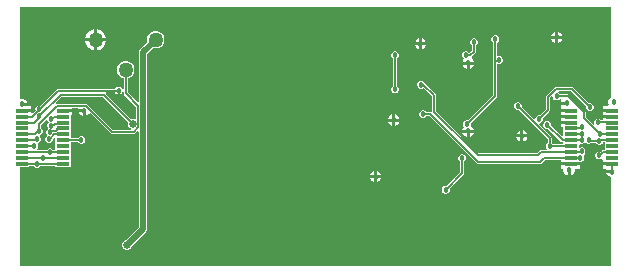
<source format=gbr>
G04*
G04 #@! TF.GenerationSoftware,Altium Limited,Altium Designer,22.4.2 (48)*
G04*
G04 Layer_Physical_Order=2*
G04 Layer_Color=16711680*
%FSLAX25Y25*%
%MOIN*%
G70*
G04*
G04 #@! TF.SameCoordinates,E734F9EE-B4DD-4720-9605-9BBB33E3B1F9*
G04*
G04*
G04 #@! TF.FilePolarity,Positive*
G04*
G01*
G75*
%ADD14C,0.00500*%
%ADD29C,0.01800*%
%ADD30C,0.02500*%
%ADD32C,0.02000*%
%ADD33C,0.05000*%
%ADD34R,0.04331X0.01181*%
G36*
X295276Y91839D02*
X295184Y91801D01*
X294650Y91266D01*
X294360Y90568D01*
Y89812D01*
X294511Y89449D01*
X294177Y88949D01*
X292540D01*
Y87858D01*
X295706D01*
Y86858D01*
X292540D01*
Y85890D01*
X295706D01*
Y84890D01*
X292540D01*
Y84317D01*
X292079Y84209D01*
X292040Y84208D01*
X291681Y84567D01*
X291203Y84765D01*
X290686D01*
X290209Y84567D01*
X289843Y84201D01*
X289645Y83723D01*
Y83206D01*
X289789Y82859D01*
X289365Y82575D01*
X286839Y85101D01*
Y86783D01*
X286788Y87037D01*
X286645Y87252D01*
X285091Y88805D01*
Y88949D01*
X284948D01*
X281302Y92595D01*
X281087Y92738D01*
X280833Y92789D01*
X278298D01*
X278267Y92862D01*
X277902Y93228D01*
X277667Y93326D01*
X277766Y93826D01*
X282009D01*
X286919Y88915D01*
X286889Y88841D01*
Y88324D01*
X287087Y87846D01*
X287453Y87481D01*
X287930Y87283D01*
X288448D01*
X288925Y87481D01*
X289291Y87846D01*
X289489Y88324D01*
Y88841D01*
X289291Y89319D01*
X288925Y89685D01*
X288448Y89883D01*
X287930D01*
X287857Y89852D01*
X282752Y94957D01*
X282537Y95100D01*
X282283Y95151D01*
X276772D01*
X276518Y95100D01*
X276303Y94957D01*
X273672Y92325D01*
X273528Y92110D01*
X273477Y91857D01*
Y87801D01*
X271592Y85915D01*
X271518Y85946D01*
X271001D01*
X270524Y85748D01*
X270158Y85382D01*
X269960Y84904D01*
Y84834D01*
X269460Y84627D01*
X265443Y88644D01*
X265473Y88718D01*
Y89235D01*
X265275Y89713D01*
X264910Y90079D01*
X264432Y90276D01*
X263915D01*
X263437Y90079D01*
X263071Y89713D01*
X262873Y89235D01*
Y88718D01*
X263071Y88240D01*
X263437Y87874D01*
X263915Y87676D01*
X264432D01*
X264506Y87707D01*
X274137Y78075D01*
Y76680D01*
X274063Y76649D01*
X273697Y76284D01*
X273500Y75806D01*
Y75289D01*
X273697Y74811D01*
X273767Y74742D01*
X273560Y74242D01*
X272004D01*
X271750Y74191D01*
X271535Y74047D01*
X270592Y73104D01*
X251062D01*
X236883Y87282D01*
Y92520D01*
X236833Y92773D01*
X236689Y92988D01*
X233146Y96532D01*
X233086Y96571D01*
X232992Y96799D01*
X232626Y97165D01*
X232148Y97363D01*
X231631D01*
X231153Y97165D01*
X230788Y96799D01*
X230590Y96322D01*
Y95804D01*
X230788Y95327D01*
X231153Y94961D01*
X231631Y94763D01*
X232148D01*
X232626Y94961D01*
X232734Y95069D01*
X235558Y92245D01*
Y87251D01*
X235508Y87173D01*
X235154Y86898D01*
X235074Y86876D01*
X235039Y86883D01*
X233810D01*
X233779Y86957D01*
X233414Y87323D01*
X232936Y87520D01*
X232419D01*
X231941Y87323D01*
X231575Y86957D01*
X231377Y86479D01*
Y85962D01*
X231575Y85484D01*
X231941Y85118D01*
X232419Y84921D01*
X232936D01*
X233414Y85118D01*
X233779Y85484D01*
X233810Y85558D01*
X234765D01*
X250584Y69738D01*
X250799Y69595D01*
X251053Y69544D01*
X271592D01*
X271846Y69595D01*
X272061Y69738D01*
X273270Y70947D01*
X278761D01*
Y70142D01*
X281926D01*
X285091D01*
Y70354D01*
X285298D01*
X285776Y70551D01*
X286141Y70917D01*
X286339Y71395D01*
Y71912D01*
X286227Y72183D01*
X286196Y72711D01*
X286562Y73077D01*
X286760Y73554D01*
Y74072D01*
X286562Y74549D01*
X286196Y74915D01*
X285718Y75113D01*
X285201D01*
X284991Y75026D01*
X284491Y75336D01*
Y76009D01*
X284991Y76335D01*
X285174Y76259D01*
X285692D01*
X286170Y76457D01*
X286287Y76575D01*
X286614Y76774D01*
X286941Y76575D01*
X287059Y76457D01*
X287537Y76259D01*
X288054D01*
X288532Y76457D01*
X288836Y76762D01*
X290178D01*
X290264Y76553D01*
X290630Y76187D01*
X291108Y75990D01*
X291625D01*
X292103Y76187D01*
X292468Y76553D01*
X292597Y76864D01*
X293140D01*
Y74203D01*
X292572D01*
X292319Y74153D01*
X292104Y74009D01*
X291765Y73671D01*
X291597Y73741D01*
X291080D01*
X290602Y73543D01*
X290236Y73177D01*
X290039Y72699D01*
Y72182D01*
X290236Y71705D01*
X290602Y71339D01*
X291080Y71141D01*
X291597D01*
X292075Y71339D01*
X292540Y71097D01*
Y70142D01*
X295706D01*
Y69142D01*
X292540D01*
Y68051D01*
X293503D01*
X293781Y67635D01*
X293758Y67578D01*
X295607D01*
Y66578D01*
X293758D01*
X293996Y66002D01*
X294531Y65468D01*
X295229Y65178D01*
X295276D01*
Y35433D01*
X98425D01*
Y68651D01*
X101360D01*
Y68979D01*
X102804D01*
X102835Y68905D01*
X103201Y68540D01*
X103678Y68342D01*
X104196D01*
X104673Y68540D01*
X105039Y68905D01*
X105070Y68979D01*
X110009D01*
Y68651D01*
X115139D01*
Y72588D01*
Y76853D01*
X117698D01*
X118007Y76544D01*
X118485Y76346D01*
X119002D01*
X119480Y76544D01*
X119846Y76909D01*
X120044Y77387D01*
Y77904D01*
X119846Y78382D01*
X119480Y78748D01*
X119002Y78946D01*
X118485D01*
X118007Y78748D01*
X117641Y78382D01*
X117557Y78179D01*
X115139D01*
Y82431D01*
Y85768D01*
X115739D01*
Y86858D01*
X112574D01*
Y87858D01*
X115739D01*
Y88289D01*
X117546D01*
X117805Y87902D01*
X119685D01*
Y87402D01*
X120185D01*
Y85552D01*
X120761Y85791D01*
X121296Y86325D01*
X121335Y86419D01*
X121825Y86516D01*
X128495Y79846D01*
X128710Y79703D01*
X128964Y79652D01*
X136221D01*
X136474Y79703D01*
X136689Y79846D01*
X137433Y80590D01*
X137895Y80399D01*
Y48575D01*
X133461Y44141D01*
X132924Y43918D01*
X132459Y43454D01*
X132208Y42848D01*
Y42191D01*
X132459Y41585D01*
X132924Y41121D01*
X133530Y40870D01*
X134186D01*
X134793Y41121D01*
X135257Y41585D01*
X135480Y42122D01*
X140332Y46974D01*
X140641Y47437D01*
X140750Y47984D01*
X140750Y47984D01*
Y106290D01*
X142689Y108229D01*
X143083Y108124D01*
X143846D01*
X144584Y108321D01*
X145245Y108703D01*
X145785Y109243D01*
X146167Y109904D01*
X146365Y110642D01*
Y111405D01*
X146167Y112143D01*
X145785Y112804D01*
X145245Y113344D01*
X144584Y113726D01*
X143846Y113924D01*
X143083D01*
X142345Y113726D01*
X141684Y113344D01*
X141144Y112804D01*
X140762Y112143D01*
X140565Y111405D01*
Y110642D01*
X140670Y110248D01*
X138313Y107891D01*
X138004Y107428D01*
X137895Y106881D01*
X137895Y106881D01*
Y90309D01*
X137433Y90118D01*
X134127Y93423D01*
Y98199D01*
X134584Y98321D01*
X135245Y98703D01*
X135785Y99243D01*
X136167Y99904D01*
X136365Y100642D01*
Y101405D01*
X136167Y102143D01*
X135785Y102804D01*
X135245Y103344D01*
X134584Y103726D01*
X133846Y103924D01*
X133083D01*
X132345Y103726D01*
X131684Y103344D01*
X131144Y102804D01*
X130762Y102143D01*
X130565Y101405D01*
Y100642D01*
X130762Y99904D01*
X131144Y99243D01*
X131684Y98703D01*
X132345Y98321D01*
X132802Y98199D01*
Y94695D01*
X132302Y94596D01*
X132204Y94831D01*
X131839Y95197D01*
X131361Y95394D01*
X130844D01*
X130366Y95197D01*
X130000Y94831D01*
X129970Y94757D01*
X111024D01*
X110770Y94707D01*
X110555Y94563D01*
X105057Y89065D01*
X104983Y89095D01*
X104466D01*
X103988Y88897D01*
X103622Y88532D01*
X103424Y88054D01*
Y87537D01*
X103455Y87463D01*
X102460Y86468D01*
X101960Y86675D01*
Y86858D01*
X98795D01*
Y87858D01*
X101960D01*
Y88949D01*
X100866D01*
X100850Y88973D01*
X98868D01*
Y89973D01*
X100718D01*
X100479Y90549D01*
X99945Y91083D01*
X99246Y91373D01*
X98490D01*
X98425Y91416D01*
Y122047D01*
X295276D01*
Y91839D01*
D02*
G37*
G36*
X132802Y93494D02*
Y93149D01*
X132852Y92895D01*
X132996Y92680D01*
X137010Y88666D01*
Y84820D01*
X136510Y84551D01*
X136100Y84721D01*
X135444D01*
X135172Y84608D01*
X126849Y92932D01*
X126886Y93164D01*
X127028Y93432D01*
X129970D01*
X130000Y93358D01*
X130366Y92992D01*
X130844Y92795D01*
X131361D01*
X131839Y92992D01*
X132204Y93358D01*
X132302Y93593D01*
X132802Y93494D01*
D02*
G37*
G36*
X134235Y83671D02*
X134122Y83399D01*
Y82743D01*
X134373Y82136D01*
X134838Y81672D01*
X135307Y81478D01*
X135207Y80978D01*
X129238D01*
X120796Y89420D01*
X120581Y89564D01*
X120327Y89614D01*
X110550D01*
X110442Y89750D01*
X110318Y90089D01*
X112085Y91857D01*
X126049D01*
X134235Y83671D01*
D02*
G37*
G36*
X275865Y91938D02*
Y91867D01*
X276063Y91390D01*
X276429Y91024D01*
X276907Y90826D01*
X277424D01*
X277902Y91024D01*
X278190Y91313D01*
X278453Y91300D01*
X278540Y91224D01*
X278631Y91094D01*
X278735Y90773D01*
X278581Y90401D01*
X280430D01*
Y89401D01*
X278581D01*
X278765Y88956D01*
X278761Y88949D01*
X278761D01*
Y87858D01*
X281926D01*
Y86858D01*
X278761D01*
Y85890D01*
X281926D01*
Y84890D01*
X278761D01*
Y83921D01*
X281926D01*
Y82921D01*
X278761D01*
Y81831D01*
X279361D01*
Y78977D01*
X278861Y78769D01*
X275285Y82345D01*
X275316Y82419D01*
Y82936D01*
X275118Y83414D01*
X274752Y83779D01*
X274274Y83977D01*
X273757D01*
X273279Y83779D01*
X272914Y83414D01*
X272716Y82936D01*
Y82419D01*
X272914Y81941D01*
X273279Y81575D01*
X273757Y81377D01*
X274274D01*
X274348Y81408D01*
X278665Y77090D01*
X278880Y76947D01*
X279134Y76896D01*
X279361D01*
Y76210D01*
X275932D01*
X275902Y76284D01*
X275536Y76649D01*
X275462Y76680D01*
Y78350D01*
X275412Y78604D01*
X275268Y78819D01*
X271241Y82846D01*
X271448Y83346D01*
X271518D01*
X271996Y83544D01*
X272362Y83909D01*
X272560Y84387D01*
Y84904D01*
X272529Y84978D01*
X274609Y87057D01*
X274752Y87272D01*
X274803Y87526D01*
Y91582D01*
X275365Y92145D01*
X275865Y91938D01*
D02*
G37*
G36*
X107030Y84352D02*
X107394Y84209D01*
X107546Y83842D01*
X107912Y83476D01*
X107921Y83429D01*
X107596Y83103D01*
X107398Y82625D01*
Y82108D01*
X107507Y81846D01*
X107526Y81313D01*
X107160Y80947D01*
X106962Y80469D01*
Y79952D01*
X107114Y79586D01*
X107138Y79055D01*
X106772Y78689D01*
X106574Y78211D01*
Y77694D01*
X106772Y77216D01*
X107138Y76851D01*
X107615Y76653D01*
X108133D01*
X108610Y76851D01*
X108976Y77216D01*
X109174Y77694D01*
Y77993D01*
X109509Y78328D01*
X110009Y78121D01*
Y74242D01*
X109418D01*
X109370Y74358D01*
X109004Y74724D01*
X108526Y74922D01*
X108009D01*
X107531Y74724D01*
X107166Y74358D01*
X107117Y74242D01*
X104180D01*
X103973Y74742D01*
X104140Y74909D01*
X104338Y75386D01*
Y75903D01*
X104229Y76167D01*
X104209Y76462D01*
X104464Y76764D01*
X104673Y76851D01*
X105039Y77216D01*
X105237Y77694D01*
Y78211D01*
X105039Y78689D01*
X104950Y78778D01*
X105069Y79366D01*
X105243Y79438D01*
X105609Y79804D01*
X105807Y80281D01*
Y80799D01*
X105609Y81276D01*
X105243Y81642D01*
X105169Y81673D01*
Y82691D01*
X106848Y84370D01*
X107030Y84352D01*
D02*
G37*
%LPC*%
G36*
X277665Y113661D02*
Y112311D01*
X279015D01*
X278776Y112887D01*
X278242Y113422D01*
X277665Y113661D01*
D02*
G37*
G36*
X276665D02*
X276089Y113422D01*
X275555Y112887D01*
X275316Y112311D01*
X276665D01*
Y113661D01*
D02*
G37*
G36*
X123965Y114513D02*
Y111524D01*
X126954D01*
X126726Y112375D01*
X126265Y113173D01*
X125614Y113824D01*
X124815Y114285D01*
X123965Y114513D01*
D02*
G37*
G36*
X122965D02*
X122114Y114285D01*
X121316Y113824D01*
X120664Y113173D01*
X120203Y112375D01*
X119975Y111524D01*
X122965D01*
Y114513D01*
D02*
G37*
G36*
X232224Y111506D02*
Y110156D01*
X233573D01*
X233335Y110732D01*
X232800Y111267D01*
X232224Y111506D01*
D02*
G37*
G36*
X231224D02*
X230648Y111267D01*
X230113Y110732D01*
X229874Y110156D01*
X231224D01*
Y111506D01*
D02*
G37*
G36*
X279015Y111311D02*
X277665D01*
Y109962D01*
X278242Y110200D01*
X278776Y110735D01*
X279015Y111311D01*
D02*
G37*
G36*
X276665D02*
X275316D01*
X275555Y110735D01*
X276089Y110200D01*
X276665Y109962D01*
Y111311D01*
D02*
G37*
G36*
X233573Y109156D02*
X232224D01*
Y107807D01*
X232800Y108046D01*
X233335Y108580D01*
X233573Y109156D01*
D02*
G37*
G36*
X231224D02*
X229874D01*
X230113Y108580D01*
X230648Y108046D01*
X231224Y107807D01*
Y109156D01*
D02*
G37*
G36*
X126954Y110524D02*
X123965D01*
Y107534D01*
X124815Y107762D01*
X125614Y108223D01*
X126265Y108875D01*
X126726Y109673D01*
X126954Y110524D01*
D02*
G37*
G36*
X122965D02*
X119975D01*
X120203Y109673D01*
X120664Y108875D01*
X121316Y108223D01*
X122114Y107762D01*
X122965Y107534D01*
Y110524D01*
D02*
G37*
G36*
X249865Y111536D02*
X249348D01*
X248870Y111338D01*
X248504Y110973D01*
X248306Y110495D01*
Y109978D01*
X248504Y109500D01*
X248870Y109134D01*
X248944Y109104D01*
Y107361D01*
X248415Y106832D01*
X247953Y106642D01*
X247587Y107008D01*
X247109Y107205D01*
X246592D01*
X246114Y107008D01*
X245748Y106642D01*
X245550Y106164D01*
Y105647D01*
X245748Y105169D01*
X246114Y104803D01*
X246114Y104803D01*
X246032Y104296D01*
X245812Y103765D01*
X249511D01*
X249272Y104341D01*
X248797Y104816D01*
X248773Y104912D01*
X248775Y105122D01*
X248816Y105385D01*
X248894Y105437D01*
X250075Y106618D01*
X250219Y106833D01*
X250269Y107087D01*
Y109104D01*
X250343Y109134D01*
X250708Y109500D01*
X250906Y109978D01*
Y110495D01*
X250708Y110973D01*
X250343Y111338D01*
X249865Y111536D01*
D02*
G37*
G36*
X249511Y102765D02*
X248161D01*
Y101416D01*
X248737Y101655D01*
X249272Y102189D01*
X249511Y102765D01*
D02*
G37*
G36*
X247161D02*
X245812D01*
X246050Y102189D01*
X246585Y101655D01*
X247161Y101416D01*
Y102765D01*
D02*
G37*
G36*
X223487Y107205D02*
X222970D01*
X222492Y107008D01*
X222126Y106642D01*
X221928Y106164D01*
Y105647D01*
X222126Y105169D01*
X222492Y104803D01*
X222566Y104773D01*
Y95621D01*
X222492Y95590D01*
X222126Y95225D01*
X221928Y94747D01*
Y94230D01*
X222126Y93752D01*
X222492Y93386D01*
X222970Y93188D01*
X223487D01*
X223965Y93386D01*
X224330Y93752D01*
X224528Y94230D01*
Y94747D01*
X224330Y95225D01*
X223965Y95590D01*
X223891Y95621D01*
Y104773D01*
X223965Y104803D01*
X224330Y105169D01*
X224528Y105647D01*
Y106164D01*
X224330Y106642D01*
X223965Y107008D01*
X223487Y107205D01*
D02*
G37*
G36*
X119185Y86902D02*
X117836D01*
X118074Y86325D01*
X118609Y85791D01*
X119185Y85552D01*
Y86902D01*
D02*
G37*
G36*
X223335Y86101D02*
Y84752D01*
X224684D01*
X224445Y85328D01*
X223911Y85863D01*
X223335Y86101D01*
D02*
G37*
G36*
X222335D02*
X221758Y85863D01*
X221224Y85328D01*
X220985Y84752D01*
X222335D01*
Y86101D01*
D02*
G37*
G36*
X256970Y112502D02*
X256453D01*
X255975Y112304D01*
X255609Y111938D01*
X255411Y111460D01*
Y110943D01*
X255609Y110465D01*
X255975Y110099D01*
X256048Y110069D01*
Y103937D01*
Y92589D01*
X247530Y84070D01*
X247456Y84101D01*
X246939D01*
X246461Y83903D01*
X246095Y83537D01*
X245898Y83059D01*
Y82542D01*
X246095Y82064D01*
X246243Y81917D01*
X245999Y81672D01*
X245760Y81096D01*
X249459D01*
X249220Y81672D01*
X248686Y82207D01*
X248407Y82323D01*
X248498Y82542D01*
Y83059D01*
X248467Y83133D01*
X257180Y91846D01*
X257324Y92061D01*
X257374Y92314D01*
Y102869D01*
X257615Y103031D01*
X258133D01*
X258610Y103229D01*
X258976Y103594D01*
X259174Y104072D01*
Y104589D01*
X258976Y105067D01*
X258610Y105433D01*
X258133Y105631D01*
X257615D01*
X257374Y105792D01*
Y110069D01*
X257448Y110099D01*
X257813Y110465D01*
X258011Y110943D01*
Y111460D01*
X257813Y111938D01*
X257448Y112304D01*
X256970Y112502D01*
D02*
G37*
G36*
X224684Y83752D02*
X223335D01*
Y82402D01*
X223911Y82641D01*
X224445Y83176D01*
X224684Y83752D01*
D02*
G37*
G36*
X222335D02*
X220985D01*
X221224Y83176D01*
X221758Y82641D01*
X222335Y82402D01*
Y83752D01*
D02*
G37*
G36*
X266023Y80857D02*
Y79508D01*
X267372D01*
X267133Y80084D01*
X266599Y80619D01*
X266023Y80857D01*
D02*
G37*
G36*
X265023D02*
X264446Y80619D01*
X263912Y80084D01*
X263673Y79508D01*
X265023D01*
Y80857D01*
D02*
G37*
G36*
X249459Y80096D02*
X248110D01*
Y78747D01*
X248686Y78985D01*
X249220Y79520D01*
X249459Y80096D01*
D02*
G37*
G36*
X247110D02*
X245760D01*
X245999Y79520D01*
X246533Y78985D01*
X247110Y78747D01*
Y80096D01*
D02*
G37*
G36*
X267372Y78508D02*
X266023D01*
Y77158D01*
X266599Y77397D01*
X267133Y77932D01*
X267372Y78508D01*
D02*
G37*
G36*
X265023D02*
X263673D01*
X263912Y77932D01*
X264446Y77397D01*
X265023Y77158D01*
Y78508D01*
D02*
G37*
G36*
X217317Y67258D02*
Y65909D01*
X218667D01*
X218428Y66485D01*
X217894Y67019D01*
X217317Y67258D01*
D02*
G37*
G36*
X216317D02*
X215741Y67019D01*
X215207Y66485D01*
X214968Y65909D01*
X216317D01*
Y67258D01*
D02*
G37*
G36*
X285091Y69142D02*
X281926D01*
X278761D01*
Y68051D01*
X279410D01*
X279427Y68026D01*
Y67270D01*
X279717Y66571D01*
X280251Y66037D01*
X280827Y65798D01*
Y67648D01*
X281827D01*
Y65798D01*
X282404Y66037D01*
X282938Y66571D01*
X283227Y67270D01*
Y68026D01*
X283244Y68051D01*
X285091D01*
Y69142D01*
D02*
G37*
G36*
X218667Y64909D02*
X217317D01*
Y63559D01*
X217894Y63798D01*
X218428Y64332D01*
X218667Y64909D01*
D02*
G37*
G36*
X216317D02*
X214968D01*
X215207Y64332D01*
X215741Y63798D01*
X216317Y63559D01*
Y64909D01*
D02*
G37*
G36*
X245928Y72953D02*
X245411D01*
X244933Y72756D01*
X244567Y72390D01*
X244369Y71912D01*
Y71395D01*
X244567Y70917D01*
X244933Y70551D01*
X245007Y70521D01*
Y66810D01*
X240490Y62293D01*
X240416Y62324D01*
X239899D01*
X239421Y62126D01*
X239055Y61760D01*
X238858Y61282D01*
Y60765D01*
X239055Y60287D01*
X239421Y59921D01*
X239899Y59724D01*
X240416D01*
X240894Y59921D01*
X241260Y60287D01*
X241458Y60765D01*
Y61282D01*
X241427Y61356D01*
X246138Y66067D01*
X246282Y66282D01*
X246332Y66535D01*
Y70521D01*
X246406Y70551D01*
X246771Y70917D01*
X246969Y71395D01*
Y71912D01*
X246771Y72390D01*
X246406Y72756D01*
X245928Y72953D01*
D02*
G37*
%LPD*%
D14*
X256711Y103937D02*
Y111202D01*
Y92314D02*
Y103937D01*
X257480D02*
X257874Y104331D01*
X256711Y103937D02*
X257480D01*
X247198Y82801D02*
X256711Y92314D01*
X245669Y66535D02*
Y71653D01*
X240158Y61024D02*
X245669Y66535D01*
X236221Y87008D02*
X250787Y72441D01*
X272995Y71610D02*
X284996D01*
X251053Y70207D02*
X271592D01*
X232677Y86221D02*
X235039D01*
X236221Y87008D02*
Y92520D01*
X250787Y72441D02*
X270866D01*
X235039Y86221D02*
X251053Y70207D01*
X270866Y72441D02*
X272004Y73579D01*
X246850Y105905D02*
X248425D01*
X249606Y107087D02*
Y110236D01*
X248425Y105905D02*
X249606Y107087D01*
X282283Y94488D02*
X288189Y88583D01*
X276772Y94488D02*
X282283D01*
X271260Y84646D02*
X274140Y87526D01*
Y91857D01*
X276772Y94488D01*
X264173Y88976D02*
X274800Y78350D01*
Y75899D02*
Y78350D01*
X281883Y77559D02*
X281926Y77516D01*
X279134Y77559D02*
X281883D01*
X274016Y82677D02*
X279134Y77559D01*
X287930Y77424D02*
X291231D01*
X287795Y77559D02*
X287930Y77424D01*
X291231D02*
X291366Y77289D01*
X286176Y84827D02*
Y86783D01*
X277165Y92126D02*
X280833D01*
X286176Y86783D01*
Y84827D02*
X291519Y79484D01*
X274448Y75547D02*
X274800Y75899D01*
X274448Y75547D02*
X281926D01*
X231890Y96063D02*
X232677D01*
X236221Y92520D01*
X271592Y70207D02*
X272995Y71610D01*
X222835Y105512D02*
X223228Y105118D01*
X222835Y105512D02*
X223228Y105905D01*
Y94488D02*
Y105118D01*
X136221Y80315D02*
X137672Y81767D01*
Y88941D01*
X133465Y93149D02*
Y101024D01*
Y93149D02*
X137672Y88941D01*
X126323Y92520D02*
X135772Y83071D01*
X128964Y80315D02*
X136221D01*
X120327Y88952D02*
X128964Y80315D01*
X110492Y88952D02*
X120327D01*
X104507Y82966D02*
X110492Y88952D01*
X108648Y84578D02*
X108847D01*
X109659Y85390D01*
X111811Y92520D02*
X126323D01*
X109659Y85390D02*
X112574D01*
X104507Y80540D02*
Y82966D01*
X104724Y85433D02*
X111811Y92520D01*
X111024Y94095D02*
X131102D01*
X102319Y85390D02*
X111024Y94095D01*
X98795Y85390D02*
X102319D01*
X104724Y85081D02*
Y85433D01*
X118614Y77516D02*
X118744Y77646D01*
X112574Y77516D02*
X118614D01*
X272004Y73579D02*
X281926D01*
X290945Y83465D02*
X290967Y83443D01*
X295684D02*
X295706Y83421D01*
X290967Y83443D02*
X295684D01*
X281926Y81453D02*
X282181Y81707D01*
X285342D02*
X285590Y81956D01*
X282181Y81707D02*
X285342D01*
X285357Y79621D02*
X285494Y79758D01*
X281926Y79484D02*
X282063Y79621D01*
X285357D01*
X285390Y77516D02*
X285433Y77559D01*
X281926Y77516D02*
X285390D01*
X282043Y73696D02*
X285343D01*
X285460Y73813D01*
X281926Y73579D02*
X282043Y73696D01*
X284996Y71610D02*
X285039Y71653D01*
X295607Y69301D02*
X295948Y69642D01*
X296198D01*
X295607Y67078D02*
Y69301D01*
X292572Y73541D02*
X295668D01*
X295706Y73579D01*
X291472Y72441D02*
X292572Y73541D01*
X291339Y72441D02*
X291472D01*
X291519Y79484D02*
X295706D01*
X291349Y77527D02*
X295695D01*
X295706Y77516D01*
X107874Y77953D02*
X108196D01*
X109728Y79484D02*
X112574D01*
X108196Y77953D02*
X109728Y79484D01*
X110999Y81453D02*
X112574D01*
X110271Y80725D02*
X110999Y81453D01*
X110128Y80725D02*
X110271D01*
X109863Y80459D02*
X110128Y80725D01*
X108511Y80459D02*
X109863D01*
X108262Y80210D02*
X108511Y80459D01*
X108698Y82367D02*
X109050D01*
X112233Y83081D02*
X112574Y83421D01*
X109764Y83081D02*
X112233D01*
X109050Y82367D02*
X109764Y83081D01*
X98795Y83421D02*
X103064D01*
X104724Y85081D01*
X103229Y79484D02*
X104285Y80540D01*
X104507D01*
X98795Y79484D02*
X103229D01*
X98795Y77516D02*
X103148D01*
X103585Y77953D01*
X103937D01*
X98843Y75596D02*
X102989D01*
X98795Y75547D02*
X98843Y75596D01*
X102989D02*
X103038Y75645D01*
X108268Y73579D02*
X112574D01*
X98795D02*
X108268D01*
Y73622D01*
X105878Y71684D02*
X112500D01*
X112574Y71610D01*
X105804Y71758D02*
X105878Y71684D01*
X105656Y71610D02*
X105804Y71758D01*
X98795Y71610D02*
X105656D01*
X103937Y69642D02*
X112574D01*
X98795D02*
X103937D01*
D29*
X247661Y103265D02*
D03*
X277165Y111811D02*
D03*
X257874Y104331D02*
D03*
X256711Y111202D02*
D03*
X247198Y82801D02*
D03*
X240158Y61024D02*
D03*
X245669Y71653D02*
D03*
X246850Y105905D02*
D03*
X249606Y110236D02*
D03*
X288189Y88583D02*
D03*
X271260Y84646D02*
D03*
X247610Y80596D02*
D03*
X264173Y88976D02*
D03*
X274016Y82677D02*
D03*
X287795Y77559D02*
D03*
X277165Y92126D02*
D03*
X231890Y96063D02*
D03*
X232677Y86221D02*
D03*
X223228Y105905D02*
D03*
Y94488D02*
D03*
X216817Y65409D02*
D03*
X231724Y109656D02*
D03*
X222835Y84252D02*
D03*
X108648Y84578D02*
D03*
X119685Y87402D02*
D03*
X131102Y94095D02*
D03*
X104724Y87795D02*
D03*
Y85433D02*
D03*
X118744Y77646D02*
D03*
X290945Y83465D02*
D03*
X296260Y90190D02*
D03*
X280430Y89901D02*
D03*
X285590Y81956D02*
D03*
X285494Y79758D02*
D03*
X285433Y77559D02*
D03*
X285460Y73813D02*
D03*
X285039Y71653D02*
D03*
X281327Y67648D02*
D03*
X295607Y67078D02*
D03*
X291339Y72441D02*
D03*
X291366Y77289D02*
D03*
X291519Y79484D02*
D03*
X274800Y75547D02*
D03*
X265523Y79008D02*
D03*
X107874Y77953D02*
D03*
X108262Y80210D02*
D03*
X108698Y82367D02*
D03*
X98868Y89473D02*
D03*
X104507Y80540D02*
D03*
X103937Y77953D02*
D03*
X103038Y75645D02*
D03*
X108268Y73622D02*
D03*
X105804Y71758D02*
D03*
X103937Y69642D02*
D03*
D30*
X135772Y83071D02*
D03*
X133858Y42520D02*
D03*
D32*
X139322Y47984D01*
Y106881D01*
X143465Y111024D01*
D33*
D03*
X133465Y101024D02*
D03*
X123465Y111024D02*
D03*
D34*
X295706Y69642D02*
D03*
Y71610D02*
D03*
Y73579D02*
D03*
Y75547D02*
D03*
Y77516D02*
D03*
Y79484D02*
D03*
Y81453D02*
D03*
Y83421D02*
D03*
Y85390D02*
D03*
Y87358D02*
D03*
X281926Y75547D02*
D03*
Y73579D02*
D03*
Y71610D02*
D03*
Y77516D02*
D03*
Y69642D02*
D03*
Y79484D02*
D03*
Y85390D02*
D03*
Y83421D02*
D03*
Y81453D02*
D03*
Y87358D02*
D03*
X98795D02*
D03*
Y85390D02*
D03*
Y83421D02*
D03*
Y81453D02*
D03*
Y79484D02*
D03*
Y77516D02*
D03*
Y75547D02*
D03*
Y73579D02*
D03*
Y71610D02*
D03*
Y69642D02*
D03*
X112574Y81453D02*
D03*
Y83421D02*
D03*
Y85390D02*
D03*
Y79484D02*
D03*
Y87358D02*
D03*
Y77516D02*
D03*
Y71610D02*
D03*
Y73579D02*
D03*
Y75547D02*
D03*
Y69642D02*
D03*
M02*

</source>
